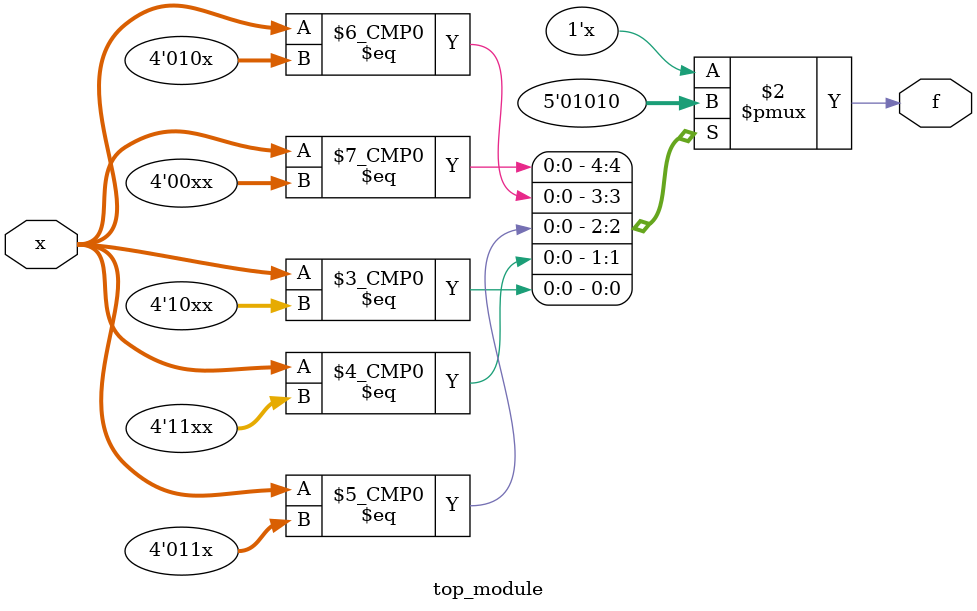
<source format=sv>
module top_module (
	input [4:1] x,
	output logic f
);
	always_comb begin
		case (x)
			4'b00xx: f = 0;
			4'b010x: f = 1;
			4'b011x: f = 0;
			4'b11xx: f = 1;
			4'b10xx: f = 0;
			4'b11x0: f = 1;
			default: f = 0;
		endcase
	end
endmodule

</source>
